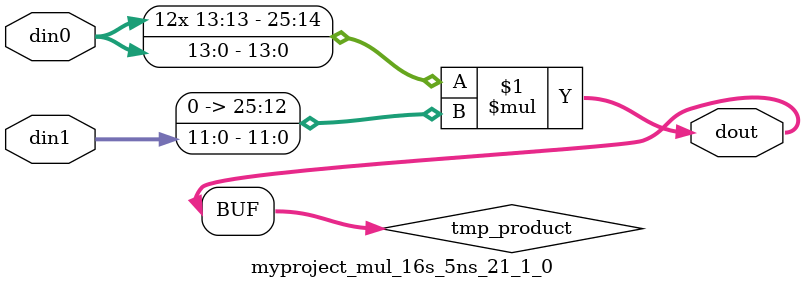
<source format=v>

`timescale 1 ns / 1 ps

  module myproject_mul_16s_5ns_21_1_0(din0, din1, dout);
parameter ID = 1;
parameter NUM_STAGE = 0;
parameter din0_WIDTH = 14;
parameter din1_WIDTH = 12;
parameter dout_WIDTH = 26;

input [din0_WIDTH - 1 : 0] din0; 
input [din1_WIDTH - 1 : 0] din1; 
output [dout_WIDTH - 1 : 0] dout;

wire signed [dout_WIDTH - 1 : 0] tmp_product;












assign tmp_product = $signed(din0) * $signed({1'b0, din1});









assign dout = tmp_product;







endmodule

</source>
